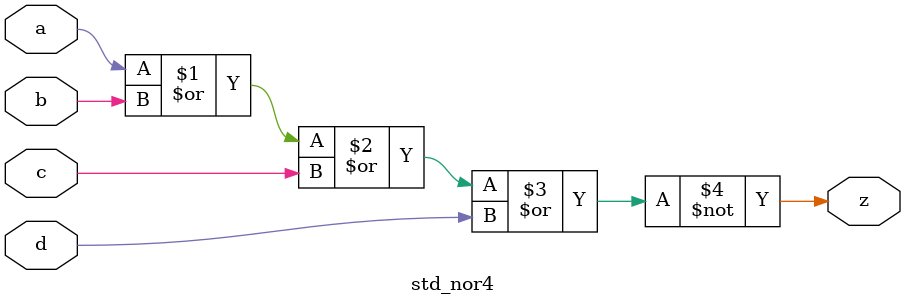
<source format=sv>

module std_nor4 #(parameter DW = 1 ) // array width
(
	input [DW-1:0]  a,
	input [DW-1:0]  b,
	input [DW-1:0]  c,
	input [DW-1:0]  d, 
	output [DW-1:0] z
);

assign z = ~(a | b | c | d);

endmodule

</source>
